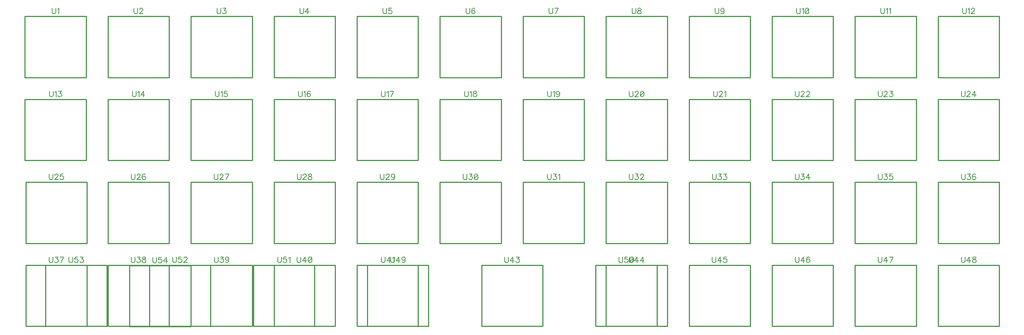
<source format=gbr>
G04 DipTrace 2.4.0.2*
%INTopSilk.gbr*%
%MOIN*%
%ADD10C,0.0098*%
%ADD32C,0.0077*%
%FSLAX44Y44*%
G04*
G70*
G90*
G75*
G01*
%LNTopSilk*%
%LPD*%
X3937Y31890D2*
D10*
X9449D1*
Y26378D1*
X3937D1*
Y31890D1*
X11417D2*
X16929D1*
Y26378D1*
X11417D1*
Y31890D1*
X18898D2*
X24409D1*
Y26378D1*
X18898D1*
Y31890D1*
X26378D2*
X31890D1*
Y26378D1*
X26378D1*
Y31890D1*
X33858D2*
X39370D1*
Y26378D1*
X33858D1*
Y31890D1*
X41339D2*
X46850D1*
Y26378D1*
X41339D1*
Y31890D1*
X48819D2*
X54331D1*
Y26378D1*
X48819D1*
Y31890D1*
X56299D2*
X61811D1*
Y26378D1*
X56299D1*
Y31890D1*
X63780D2*
X69291D1*
Y26378D1*
X63780D1*
Y31890D1*
X71260D2*
X76772D1*
Y26378D1*
X71260D1*
Y31890D1*
X78740D2*
X84252D1*
Y26378D1*
X78740D1*
Y31890D1*
X86220D2*
X91732D1*
Y26378D1*
X86220D1*
Y31890D1*
X3937Y24409D2*
X9449D1*
Y18898D1*
X3937D1*
Y24409D1*
X11417D2*
X16929D1*
Y18898D1*
X11417D1*
Y24409D1*
X18898D2*
X24409D1*
Y18898D1*
X18898D1*
Y24409D1*
X26378D2*
X31890D1*
Y18898D1*
X26378D1*
Y24409D1*
X33858D2*
X39370D1*
Y18898D1*
X33858D1*
Y24409D1*
X41339D2*
X46850D1*
Y18898D1*
X41339D1*
Y24409D1*
X48819D2*
X54331D1*
Y18898D1*
X48819D1*
Y24409D1*
X56299D2*
X61811D1*
Y18898D1*
X56299D1*
Y24409D1*
X63780D2*
X69291D1*
Y18898D1*
X63780D1*
Y24409D1*
X71260D2*
X76772D1*
Y18898D1*
X71260D1*
Y24409D1*
X78740D2*
X84252D1*
Y18898D1*
X78740D1*
Y24409D1*
X86220D2*
X91732D1*
Y18898D1*
X86220D1*
Y24409D1*
X4020Y16929D2*
X9531D1*
Y11417D1*
X4020D1*
Y16929D1*
X11417D2*
X16929D1*
Y11417D1*
X11417D1*
Y16929D1*
X18898D2*
X24409D1*
Y11417D1*
X18898D1*
Y16929D1*
X26378D2*
X31890D1*
Y11417D1*
X26378D1*
Y16929D1*
X33858D2*
X39370D1*
Y11417D1*
X33858D1*
Y16929D1*
X41339D2*
X46850D1*
Y11417D1*
X41339D1*
Y16929D1*
X48819D2*
X54331D1*
Y11417D1*
X48819D1*
Y16929D1*
X56299D2*
X61811D1*
Y11417D1*
X56299D1*
Y16929D1*
X63780D2*
X69291D1*
Y11417D1*
X63780D1*
Y16929D1*
X71260D2*
X76772D1*
Y11417D1*
X71260D1*
Y16929D1*
X78740D2*
X84252D1*
Y11417D1*
X78740D1*
Y16929D1*
X86220D2*
X91732D1*
Y11417D1*
X86220D1*
Y16929D1*
X4020Y9449D2*
X9531D1*
Y3937D1*
X4020D1*
Y9449D1*
X11417D2*
X16929D1*
Y3937D1*
X11417D1*
Y9449D1*
X18898D2*
X24409D1*
Y3937D1*
X18898D1*
Y9449D1*
X26378D2*
X31890D1*
Y3937D1*
X26378D1*
Y9449D1*
X33858D2*
X39370D1*
Y3937D1*
X33858D1*
Y9449D1*
X45079D2*
X50591D1*
Y3937D1*
X45079D1*
Y9449D1*
X56299D2*
X61811D1*
Y3937D1*
X56299D1*
Y9449D1*
X63780D2*
X69291D1*
Y3937D1*
X63780D1*
Y9449D1*
X71260D2*
X76772D1*
Y3937D1*
X71260D1*
Y9449D1*
X78740D2*
X84252D1*
Y3937D1*
X78740D1*
Y9449D1*
X86220D2*
X91732D1*
Y3937D1*
X86220D1*
Y9449D1*
X34793D2*
X40305D1*
Y3937D1*
X34793D1*
Y9449D1*
X55364D2*
X60876D1*
Y3937D1*
X55364D1*
Y9449D1*
X24508D2*
X30020D1*
Y3937D1*
X24508D1*
Y9449D1*
X15157D2*
X20669D1*
Y3937D1*
X15157D1*
Y9449D1*
X5807D2*
X11319D1*
Y3937D1*
X5807D1*
Y9449D1*
X13370Y9417D2*
X18882D1*
Y3906D1*
X13370D1*
Y9417D1*
X6388Y32622D2*
D32*
Y32263D1*
X6412Y32191D1*
X6460Y32144D1*
X6532Y32120D1*
X6580D1*
X6651Y32144D1*
X6699Y32191D1*
X6723Y32263D1*
Y32622D1*
X6878Y32526D2*
X6926Y32550D1*
X6998Y32621D1*
Y32120D1*
X13761Y32622D2*
Y32263D1*
X13785Y32191D1*
X13833Y32144D1*
X13905Y32120D1*
X13952D1*
X14024Y32144D1*
X14072Y32191D1*
X14096Y32263D1*
Y32622D1*
X14275Y32502D2*
Y32526D1*
X14299Y32574D1*
X14322Y32598D1*
X14370Y32621D1*
X14466D1*
X14514Y32598D1*
X14537Y32574D1*
X14562Y32526D1*
Y32478D1*
X14537Y32430D1*
X14490Y32359D1*
X14250Y32120D1*
X14585D1*
X21241Y32622D2*
Y32263D1*
X21265Y32191D1*
X21313Y32144D1*
X21385Y32120D1*
X21433D1*
X21504Y32144D1*
X21553Y32191D1*
X21576Y32263D1*
Y32622D1*
X21779Y32621D2*
X22041D1*
X21898Y32430D1*
X21970D1*
X22018Y32406D1*
X22041Y32383D1*
X22066Y32311D1*
Y32263D1*
X22041Y32191D1*
X21994Y32143D1*
X21922Y32120D1*
X21850D1*
X21779Y32143D1*
X21755Y32168D1*
X21731Y32215D1*
X28710Y32622D2*
Y32263D1*
X28734Y32191D1*
X28782Y32144D1*
X28854Y32120D1*
X28901D1*
X28973Y32144D1*
X29021Y32191D1*
X29045Y32263D1*
Y32622D1*
X29438Y32120D2*
Y32621D1*
X29199Y32287D1*
X29558D1*
X36202Y32622D2*
Y32263D1*
X36226Y32191D1*
X36274Y32144D1*
X36346Y32120D1*
X36393D1*
X36465Y32144D1*
X36513Y32191D1*
X36537Y32263D1*
Y32622D1*
X36978Y32621D2*
X36739D1*
X36716Y32406D1*
X36739Y32430D1*
X36811Y32455D1*
X36883D1*
X36954Y32430D1*
X37003Y32383D1*
X37026Y32311D1*
Y32263D1*
X37003Y32191D1*
X36954Y32143D1*
X36883Y32120D1*
X36811D1*
X36739Y32143D1*
X36716Y32168D1*
X36691Y32215D1*
X43695Y32622D2*
Y32263D1*
X43718Y32191D1*
X43766Y32144D1*
X43838Y32120D1*
X43886D1*
X43958Y32144D1*
X44006Y32191D1*
X44029Y32263D1*
Y32622D1*
X44471Y32550D2*
X44447Y32598D1*
X44375Y32621D1*
X44328D1*
X44256Y32598D1*
X44208Y32526D1*
X44184Y32406D1*
Y32287D1*
X44208Y32191D1*
X44256Y32143D1*
X44328Y32120D1*
X44351D1*
X44423Y32143D1*
X44471Y32191D1*
X44494Y32263D1*
Y32287D1*
X44471Y32359D1*
X44423Y32406D1*
X44351Y32430D1*
X44328D1*
X44256Y32406D1*
X44208Y32359D1*
X44184Y32287D1*
X51163Y32622D2*
Y32263D1*
X51186Y32191D1*
X51235Y32144D1*
X51306Y32120D1*
X51354D1*
X51426Y32144D1*
X51474Y32191D1*
X51498Y32263D1*
Y32622D1*
X51748Y32120D2*
X51987Y32621D1*
X51652D1*
X58643Y32622D2*
Y32263D1*
X58667Y32191D1*
X58715Y32144D1*
X58787Y32120D1*
X58834D1*
X58906Y32144D1*
X58954Y32191D1*
X58978Y32263D1*
Y32622D1*
X59252Y32621D2*
X59181Y32598D1*
X59156Y32550D1*
Y32502D1*
X59181Y32455D1*
X59228Y32430D1*
X59324Y32406D1*
X59396Y32383D1*
X59443Y32335D1*
X59467Y32287D1*
Y32215D1*
X59443Y32168D1*
X59419Y32143D1*
X59348Y32120D1*
X59252D1*
X59181Y32143D1*
X59156Y32168D1*
X59133Y32215D1*
Y32287D1*
X59156Y32335D1*
X59204Y32383D1*
X59276Y32406D1*
X59371Y32430D1*
X59419Y32455D1*
X59443Y32502D1*
Y32550D1*
X59419Y32598D1*
X59348Y32621D1*
X59252D1*
X66135Y32622D2*
Y32263D1*
X66159Y32191D1*
X66207Y32144D1*
X66279Y32120D1*
X66326D1*
X66398Y32144D1*
X66446Y32191D1*
X66470Y32263D1*
Y32622D1*
X66936Y32455D2*
X66911Y32383D1*
X66864Y32335D1*
X66792Y32311D1*
X66768D1*
X66696Y32335D1*
X66649Y32383D1*
X66625Y32455D1*
Y32478D1*
X66649Y32550D1*
X66696Y32598D1*
X66768Y32621D1*
X66792D1*
X66864Y32598D1*
X66911Y32550D1*
X66936Y32455D1*
Y32335D1*
X66911Y32215D1*
X66864Y32143D1*
X66792Y32120D1*
X66744D1*
X66673Y32143D1*
X66649Y32191D1*
X73466Y32622D2*
Y32263D1*
X73490Y32191D1*
X73538Y32144D1*
X73610Y32120D1*
X73658D1*
X73730Y32144D1*
X73778Y32191D1*
X73801Y32263D1*
Y32622D1*
X73956Y32526D2*
X74004Y32550D1*
X74076Y32621D1*
Y32120D1*
X74374Y32621D2*
X74302Y32598D1*
X74254Y32526D1*
X74230Y32406D1*
Y32335D1*
X74254Y32215D1*
X74302Y32143D1*
X74374Y32120D1*
X74421D1*
X74493Y32143D1*
X74541Y32215D1*
X74565Y32335D1*
Y32406D1*
X74541Y32526D1*
X74493Y32598D1*
X74421Y32621D1*
X74374D1*
X74541Y32526D2*
X74254Y32215D1*
X81054Y32622D2*
Y32263D1*
X81078Y32191D1*
X81126Y32144D1*
X81198Y32120D1*
X81246D1*
X81317Y32144D1*
X81365Y32191D1*
X81389Y32263D1*
Y32622D1*
X81544Y32526D2*
X81592Y32550D1*
X81664Y32621D1*
Y32120D1*
X81818Y32526D2*
X81866Y32550D1*
X81938Y32621D1*
Y32120D1*
X88427Y32622D2*
Y32263D1*
X88451Y32191D1*
X88499Y32144D1*
X88571Y32120D1*
X88618D1*
X88690Y32144D1*
X88738Y32191D1*
X88762Y32263D1*
Y32622D1*
X88916Y32526D2*
X88964Y32550D1*
X89036Y32621D1*
Y32120D1*
X89215Y32502D2*
Y32526D1*
X89239Y32574D1*
X89263Y32598D1*
X89311Y32621D1*
X89406D1*
X89454Y32598D1*
X89478Y32574D1*
X89502Y32526D1*
Y32478D1*
X89478Y32430D1*
X89430Y32359D1*
X89191Y32120D1*
X89526D1*
X6144Y25142D2*
Y24783D1*
X6167Y24711D1*
X6215Y24664D1*
X6287Y24639D1*
X6335D1*
X6407Y24664D1*
X6455Y24711D1*
X6479Y24783D1*
Y25142D1*
X6633Y25046D2*
X6681Y25070D1*
X6753Y25141D1*
Y24639D1*
X6955Y25141D2*
X7218D1*
X7075Y24950D1*
X7147D1*
X7194Y24926D1*
X7218Y24902D1*
X7242Y24831D1*
Y24783D1*
X7218Y24711D1*
X7170Y24663D1*
X7099Y24639D1*
X7027D1*
X6955Y24663D1*
X6932Y24687D1*
X6907Y24735D1*
X13612Y25142D2*
Y24783D1*
X13636Y24711D1*
X13684Y24664D1*
X13756Y24639D1*
X13803D1*
X13875Y24664D1*
X13923Y24711D1*
X13947Y24783D1*
Y25142D1*
X14101Y25046D2*
X14149Y25070D1*
X14221Y25141D1*
Y24639D1*
X14615D2*
Y25141D1*
X14376Y24807D1*
X14734D1*
X21104Y25142D2*
Y24783D1*
X21128Y24711D1*
X21176Y24664D1*
X21248Y24639D1*
X21295D1*
X21367Y24664D1*
X21415Y24711D1*
X21439Y24783D1*
Y25142D1*
X21594Y25046D2*
X21642Y25070D1*
X21714Y25141D1*
Y24639D1*
X22155Y25141D2*
X21916D1*
X21892Y24926D1*
X21916Y24950D1*
X21988Y24974D1*
X22059D1*
X22131Y24950D1*
X22179Y24902D1*
X22203Y24831D1*
Y24783D1*
X22179Y24711D1*
X22131Y24663D1*
X22059Y24639D1*
X21988D1*
X21916Y24663D1*
X21892Y24687D1*
X21868Y24735D1*
X28597Y25142D2*
Y24783D1*
X28620Y24711D1*
X28669Y24664D1*
X28740Y24639D1*
X28788D1*
X28860Y24664D1*
X28908Y24711D1*
X28932Y24783D1*
Y25142D1*
X29086Y25046D2*
X29134Y25070D1*
X29206Y25141D1*
Y24639D1*
X29647Y25070D2*
X29623Y25117D1*
X29552Y25141D1*
X29504D1*
X29432Y25117D1*
X29384Y25046D1*
X29360Y24926D1*
Y24807D1*
X29384Y24711D1*
X29432Y24663D1*
X29504Y24639D1*
X29528D1*
X29599Y24663D1*
X29647Y24711D1*
X29671Y24783D1*
Y24807D1*
X29647Y24879D1*
X29599Y24926D1*
X29528Y24950D1*
X29504D1*
X29432Y24926D1*
X29384Y24879D1*
X29360Y24807D1*
X36065Y25142D2*
Y24783D1*
X36089Y24711D1*
X36137Y24664D1*
X36209Y24639D1*
X36256D1*
X36328Y24664D1*
X36376Y24711D1*
X36400Y24783D1*
Y25142D1*
X36554Y25046D2*
X36602Y25070D1*
X36674Y25141D1*
Y24639D1*
X36924D2*
X37163Y25141D1*
X36829D1*
X43545Y25142D2*
Y24783D1*
X43569Y24711D1*
X43617Y24664D1*
X43689Y24639D1*
X43737D1*
X43809Y24664D1*
X43857Y24711D1*
X43880Y24783D1*
Y25142D1*
X44035Y25046D2*
X44083Y25070D1*
X44155Y25141D1*
Y24639D1*
X44429Y25141D2*
X44357Y25117D1*
X44333Y25070D1*
Y25022D1*
X44357Y24974D1*
X44405Y24950D1*
X44500Y24926D1*
X44572Y24902D1*
X44620Y24854D1*
X44644Y24807D1*
Y24735D1*
X44620Y24687D1*
X44596Y24663D1*
X44524Y24639D1*
X44429D1*
X44357Y24663D1*
X44333Y24687D1*
X44309Y24735D1*
Y24807D1*
X44333Y24854D1*
X44381Y24902D1*
X44452Y24926D1*
X44548Y24950D1*
X44596Y24974D1*
X44620Y25022D1*
Y25070D1*
X44596Y25117D1*
X44524Y25141D1*
X44429D1*
X51037Y25142D2*
Y24783D1*
X51061Y24711D1*
X51109Y24664D1*
X51181Y24639D1*
X51229D1*
X51300Y24664D1*
X51349Y24711D1*
X51372Y24783D1*
Y25142D1*
X51527Y25046D2*
X51575Y25070D1*
X51647Y25141D1*
Y24639D1*
X52112Y24974D2*
X52088Y24902D1*
X52040Y24854D1*
X51969Y24831D1*
X51945D1*
X51873Y24854D1*
X51825Y24902D1*
X51801Y24974D1*
Y24998D1*
X51825Y25070D1*
X51873Y25117D1*
X51945Y25141D1*
X51969D1*
X52040Y25117D1*
X52088Y25070D1*
X52112Y24974D1*
Y24854D1*
X52088Y24735D1*
X52040Y24663D1*
X51969Y24639D1*
X51921D1*
X51849Y24663D1*
X51825Y24711D1*
X58398Y25142D2*
Y24783D1*
X58422Y24711D1*
X58470Y24664D1*
X58542Y24639D1*
X58590D1*
X58661Y24664D1*
X58709Y24711D1*
X58733Y24783D1*
Y25142D1*
X58912Y25022D2*
Y25046D1*
X58936Y25094D1*
X58960Y25117D1*
X59008Y25141D1*
X59103D1*
X59151Y25117D1*
X59175Y25094D1*
X59199Y25046D1*
Y24998D1*
X59175Y24950D1*
X59127Y24879D1*
X58888Y24639D1*
X59223D1*
X59521Y25141D2*
X59449Y25117D1*
X59401Y25046D1*
X59377Y24926D1*
Y24854D1*
X59401Y24735D1*
X59449Y24663D1*
X59521Y24639D1*
X59568D1*
X59640Y24663D1*
X59688Y24735D1*
X59712Y24854D1*
Y24926D1*
X59688Y25046D1*
X59640Y25117D1*
X59568Y25141D1*
X59521D1*
X59688Y25046D2*
X59401Y24735D1*
X65986Y25142D2*
Y24783D1*
X66010Y24711D1*
X66058Y24664D1*
X66130Y24639D1*
X66177D1*
X66249Y24664D1*
X66297Y24711D1*
X66321Y24783D1*
Y25142D1*
X66500Y25022D2*
Y25046D1*
X66524Y25094D1*
X66547Y25117D1*
X66595Y25141D1*
X66691D1*
X66739Y25117D1*
X66762Y25094D1*
X66787Y25046D1*
Y24998D1*
X66762Y24950D1*
X66715Y24879D1*
X66475Y24639D1*
X66810D1*
X66965Y25046D2*
X67013Y25070D1*
X67085Y25141D1*
Y24639D1*
X73359Y25142D2*
Y24783D1*
X73383Y24711D1*
X73431Y24664D1*
X73503Y24639D1*
X73550D1*
X73622Y24664D1*
X73670Y24711D1*
X73694Y24783D1*
Y25142D1*
X73873Y25022D2*
Y25046D1*
X73896Y25094D1*
X73920Y25117D1*
X73968Y25141D1*
X74064D1*
X74111Y25117D1*
X74135Y25094D1*
X74159Y25046D1*
Y24998D1*
X74135Y24950D1*
X74088Y24879D1*
X73848Y24639D1*
X74183D1*
X74362Y25022D2*
Y25046D1*
X74386Y25094D1*
X74409Y25117D1*
X74458Y25141D1*
X74553D1*
X74601Y25117D1*
X74624Y25094D1*
X74649Y25046D1*
Y24998D1*
X74624Y24950D1*
X74577Y24879D1*
X74338Y24639D1*
X74673D1*
X80839Y25142D2*
Y24783D1*
X80863Y24711D1*
X80911Y24664D1*
X80983Y24639D1*
X81031D1*
X81102Y24664D1*
X81150Y24711D1*
X81174Y24783D1*
Y25142D1*
X81353Y25022D2*
Y25046D1*
X81377Y25094D1*
X81400Y25117D1*
X81449Y25141D1*
X81544D1*
X81592Y25117D1*
X81615Y25094D1*
X81640Y25046D1*
Y24998D1*
X81615Y24950D1*
X81568Y24879D1*
X81329Y24639D1*
X81664D1*
X81866Y25141D2*
X82129D1*
X81985Y24950D1*
X82057D1*
X82105Y24926D1*
X82129Y24902D1*
X82153Y24831D1*
Y24783D1*
X82129Y24711D1*
X82081Y24663D1*
X82009Y24639D1*
X81937D1*
X81866Y24663D1*
X81842Y24687D1*
X81818Y24735D1*
X88308Y25142D2*
Y24783D1*
X88331Y24711D1*
X88380Y24664D1*
X88451Y24639D1*
X88499D1*
X88571Y24664D1*
X88619Y24711D1*
X88643Y24783D1*
Y25142D1*
X88821Y25022D2*
Y25046D1*
X88845Y25094D1*
X88869Y25117D1*
X88917Y25141D1*
X89013D1*
X89060Y25117D1*
X89084Y25094D1*
X89108Y25046D1*
Y24998D1*
X89084Y24950D1*
X89036Y24879D1*
X88797Y24639D1*
X89132D1*
X89526D2*
Y25141D1*
X89286Y24807D1*
X89645D1*
X6119Y17661D2*
Y17303D1*
X6143Y17231D1*
X6191Y17183D1*
X6262Y17159D1*
X6310D1*
X6382Y17183D1*
X6430Y17231D1*
X6454Y17303D1*
Y17661D1*
X6632Y17541D2*
Y17565D1*
X6656Y17613D1*
X6680Y17637D1*
X6728Y17661D1*
X6824D1*
X6871Y17637D1*
X6895Y17613D1*
X6919Y17565D1*
Y17518D1*
X6895Y17470D1*
X6847Y17398D1*
X6608Y17159D1*
X6943D1*
X7384Y17661D2*
X7146D1*
X7122Y17446D1*
X7146Y17470D1*
X7217Y17494D1*
X7289D1*
X7361Y17470D1*
X7409Y17422D1*
X7432Y17350D1*
Y17303D1*
X7409Y17231D1*
X7361Y17183D1*
X7289Y17159D1*
X7217D1*
X7146Y17183D1*
X7122Y17207D1*
X7097Y17255D1*
X13529Y17661D2*
Y17303D1*
X13552Y17231D1*
X13600Y17183D1*
X13672Y17159D1*
X13720D1*
X13792Y17183D1*
X13840Y17231D1*
X13864Y17303D1*
Y17661D1*
X14042Y17541D2*
Y17565D1*
X14066Y17613D1*
X14090Y17637D1*
X14138Y17661D1*
X14233D1*
X14281Y17637D1*
X14305Y17613D1*
X14329Y17565D1*
Y17518D1*
X14305Y17470D1*
X14257Y17398D1*
X14018Y17159D1*
X14353D1*
X14794Y17590D2*
X14770Y17637D1*
X14698Y17661D1*
X14651D1*
X14579Y17637D1*
X14531Y17565D1*
X14507Y17446D1*
Y17326D1*
X14531Y17231D1*
X14579Y17183D1*
X14651Y17159D1*
X14675D1*
X14746Y17183D1*
X14794Y17231D1*
X14818Y17303D1*
Y17326D1*
X14794Y17398D1*
X14746Y17446D1*
X14675Y17470D1*
X14651D1*
X14579Y17446D1*
X14531Y17398D1*
X14507Y17326D1*
X20997Y17661D2*
Y17303D1*
X21021Y17231D1*
X21069Y17183D1*
X21140Y17159D1*
X21188D1*
X21260Y17183D1*
X21308Y17231D1*
X21332Y17303D1*
Y17661D1*
X21510Y17541D2*
Y17565D1*
X21534Y17613D1*
X21558Y17637D1*
X21606Y17661D1*
X21702D1*
X21749Y17637D1*
X21773Y17613D1*
X21797Y17565D1*
Y17518D1*
X21773Y17470D1*
X21725Y17398D1*
X21486Y17159D1*
X21821D1*
X22071D2*
X22310Y17661D1*
X21975D1*
X28477D2*
Y17303D1*
X28501Y17231D1*
X28549Y17183D1*
X28621Y17159D1*
X28669D1*
X28740Y17183D1*
X28789Y17231D1*
X28812Y17303D1*
Y17661D1*
X28991Y17541D2*
Y17565D1*
X29015Y17613D1*
X29039Y17637D1*
X29087Y17661D1*
X29182D1*
X29230Y17637D1*
X29254Y17613D1*
X29278Y17565D1*
Y17518D1*
X29254Y17470D1*
X29206Y17398D1*
X28967Y17159D1*
X29302D1*
X29575Y17661D2*
X29504Y17637D1*
X29480Y17590D1*
Y17541D1*
X29504Y17494D1*
X29552Y17470D1*
X29647Y17446D1*
X29719Y17422D1*
X29767Y17374D1*
X29790Y17326D1*
Y17255D1*
X29767Y17207D1*
X29743Y17183D1*
X29671Y17159D1*
X29575D1*
X29504Y17183D1*
X29480Y17207D1*
X29456Y17255D1*
Y17326D1*
X29480Y17374D1*
X29528Y17422D1*
X29599Y17446D1*
X29695Y17470D1*
X29743Y17494D1*
X29767Y17541D1*
Y17590D1*
X29743Y17637D1*
X29671Y17661D1*
X29575D1*
X35969D2*
Y17303D1*
X35993Y17231D1*
X36041Y17183D1*
X36113Y17159D1*
X36160D1*
X36232Y17183D1*
X36280Y17231D1*
X36304Y17303D1*
Y17661D1*
X36483Y17541D2*
Y17565D1*
X36507Y17613D1*
X36530Y17637D1*
X36579Y17661D1*
X36674D1*
X36722Y17637D1*
X36745Y17613D1*
X36770Y17565D1*
Y17518D1*
X36745Y17470D1*
X36698Y17398D1*
X36459Y17159D1*
X36794D1*
X37259Y17494D2*
X37235Y17422D1*
X37187Y17374D1*
X37115Y17350D1*
X37092D1*
X37020Y17374D1*
X36972Y17422D1*
X36948Y17494D1*
Y17518D1*
X36972Y17590D1*
X37020Y17637D1*
X37092Y17661D1*
X37115D1*
X37187Y17637D1*
X37235Y17590D1*
X37259Y17494D1*
Y17374D1*
X37235Y17255D1*
X37187Y17183D1*
X37115Y17159D1*
X37068D1*
X36996Y17183D1*
X36972Y17231D1*
X43438Y17661D2*
Y17303D1*
X43461Y17231D1*
X43510Y17183D1*
X43581Y17159D1*
X43629D1*
X43701Y17183D1*
X43749Y17231D1*
X43773Y17303D1*
Y17661D1*
X43975D2*
X44238D1*
X44094Y17470D1*
X44166D1*
X44214Y17446D1*
X44238Y17422D1*
X44262Y17350D1*
Y17303D1*
X44238Y17231D1*
X44190Y17183D1*
X44118Y17159D1*
X44046D1*
X43975Y17183D1*
X43951Y17207D1*
X43927Y17255D1*
X44560Y17661D2*
X44488Y17637D1*
X44440Y17565D1*
X44416Y17446D1*
Y17374D1*
X44440Y17255D1*
X44488Y17183D1*
X44560Y17159D1*
X44608D1*
X44679Y17183D1*
X44727Y17255D1*
X44751Y17374D1*
Y17446D1*
X44727Y17565D1*
X44679Y17637D1*
X44608Y17661D1*
X44560D1*
X44727Y17565D2*
X44440Y17255D1*
X51026Y17661D2*
Y17303D1*
X51049Y17231D1*
X51097Y17183D1*
X51169Y17159D1*
X51217D1*
X51289Y17183D1*
X51337Y17231D1*
X51360Y17303D1*
Y17661D1*
X51563D2*
X51825D1*
X51682Y17470D1*
X51754D1*
X51802Y17446D1*
X51825Y17422D1*
X51850Y17350D1*
Y17303D1*
X51825Y17231D1*
X51778Y17183D1*
X51706Y17159D1*
X51634D1*
X51563Y17183D1*
X51539Y17207D1*
X51515Y17255D1*
X52004Y17565D2*
X52052Y17590D1*
X52124Y17661D1*
Y17159D1*
X58398Y17661D2*
Y17303D1*
X58422Y17231D1*
X58470Y17183D1*
X58542Y17159D1*
X58590D1*
X58661Y17183D1*
X58709Y17231D1*
X58733Y17303D1*
Y17661D1*
X58936D2*
X59198D1*
X59055Y17470D1*
X59127D1*
X59175Y17446D1*
X59198Y17422D1*
X59223Y17350D1*
Y17303D1*
X59198Y17231D1*
X59151Y17183D1*
X59079Y17159D1*
X59007D1*
X58936Y17183D1*
X58912Y17207D1*
X58888Y17255D1*
X59401Y17541D2*
Y17565D1*
X59425Y17613D1*
X59449Y17637D1*
X59497Y17661D1*
X59593D1*
X59640Y17637D1*
X59664Y17613D1*
X59688Y17565D1*
Y17518D1*
X59664Y17470D1*
X59616Y17398D1*
X59377Y17159D1*
X59712D1*
X65879Y17661D2*
Y17303D1*
X65902Y17231D1*
X65950Y17183D1*
X66022Y17159D1*
X66070D1*
X66142Y17183D1*
X66190Y17231D1*
X66214Y17303D1*
Y17661D1*
X66416D2*
X66679D1*
X66535Y17470D1*
X66607D1*
X66655Y17446D1*
X66679Y17422D1*
X66703Y17350D1*
Y17303D1*
X66679Y17231D1*
X66631Y17183D1*
X66559Y17159D1*
X66487D1*
X66416Y17183D1*
X66392Y17207D1*
X66368Y17255D1*
X66905Y17661D2*
X67168D1*
X67025Y17470D1*
X67097D1*
X67144Y17446D1*
X67168Y17422D1*
X67192Y17350D1*
Y17303D1*
X67168Y17231D1*
X67120Y17183D1*
X67049Y17159D1*
X66977D1*
X66905Y17183D1*
X66882Y17207D1*
X66857Y17255D1*
X73347Y17661D2*
Y17303D1*
X73371Y17231D1*
X73419Y17183D1*
X73491Y17159D1*
X73538D1*
X73610Y17183D1*
X73658Y17231D1*
X73682Y17303D1*
Y17661D1*
X73884D2*
X74147D1*
X74004Y17470D1*
X74076D1*
X74123Y17446D1*
X74147Y17422D1*
X74171Y17350D1*
Y17303D1*
X74147Y17231D1*
X74099Y17183D1*
X74028Y17159D1*
X73956D1*
X73884Y17183D1*
X73861Y17207D1*
X73836Y17255D1*
X74565Y17159D2*
Y17661D1*
X74326Y17326D1*
X74684D1*
X80839Y17661D2*
Y17303D1*
X80863Y17231D1*
X80911Y17183D1*
X80983Y17159D1*
X81031D1*
X81102Y17183D1*
X81150Y17231D1*
X81174Y17303D1*
Y17661D1*
X81377D2*
X81639D1*
X81496Y17470D1*
X81568D1*
X81615Y17446D1*
X81639Y17422D1*
X81664Y17350D1*
Y17303D1*
X81639Y17231D1*
X81592Y17183D1*
X81520Y17159D1*
X81448D1*
X81377Y17183D1*
X81353Y17207D1*
X81329Y17255D1*
X82105Y17661D2*
X81866D1*
X81842Y17446D1*
X81866Y17470D1*
X81938Y17494D1*
X82009D1*
X82081Y17470D1*
X82129Y17422D1*
X82153Y17350D1*
Y17303D1*
X82129Y17231D1*
X82081Y17183D1*
X82009Y17159D1*
X81938D1*
X81866Y17183D1*
X81842Y17207D1*
X81818Y17255D1*
X88332Y17661D2*
Y17303D1*
X88356Y17231D1*
X88404Y17183D1*
X88475Y17159D1*
X88523D1*
X88595Y17183D1*
X88643Y17231D1*
X88667Y17303D1*
Y17661D1*
X88869D2*
X89132D1*
X88989Y17470D1*
X89060D1*
X89108Y17446D1*
X89132Y17422D1*
X89156Y17350D1*
Y17303D1*
X89132Y17231D1*
X89084Y17183D1*
X89012Y17159D1*
X88940D1*
X88869Y17183D1*
X88845Y17207D1*
X88821Y17255D1*
X89597Y17590D2*
X89573Y17637D1*
X89502Y17661D1*
X89454D1*
X89382Y17637D1*
X89334Y17565D1*
X89310Y17446D1*
Y17326D1*
X89334Y17231D1*
X89382Y17183D1*
X89454Y17159D1*
X89478D1*
X89549Y17183D1*
X89597Y17231D1*
X89621Y17303D1*
Y17326D1*
X89597Y17398D1*
X89549Y17446D1*
X89478Y17470D1*
X89454D1*
X89382Y17446D1*
X89334Y17398D1*
X89310Y17326D1*
X6119Y10181D2*
Y9822D1*
X6143Y9750D1*
X6191Y9703D1*
X6262Y9679D1*
X6310D1*
X6382Y9703D1*
X6430Y9750D1*
X6454Y9822D1*
Y10181D1*
X6656Y10180D2*
X6919D1*
X6776Y9989D1*
X6847D1*
X6895Y9965D1*
X6919Y9942D1*
X6943Y9870D1*
Y9822D1*
X6919Y9750D1*
X6871Y9702D1*
X6799Y9679D1*
X6728D1*
X6656Y9702D1*
X6632Y9727D1*
X6608Y9774D1*
X7193Y9679D2*
X7432Y10180D1*
X7097D1*
X13517Y10181D2*
Y9822D1*
X13540Y9750D1*
X13589Y9703D1*
X13660Y9679D1*
X13708D1*
X13780Y9703D1*
X13828Y9750D1*
X13852Y9822D1*
Y10181D1*
X14054Y10180D2*
X14317D1*
X14174Y9989D1*
X14245D1*
X14293Y9965D1*
X14317Y9942D1*
X14341Y9870D1*
Y9822D1*
X14317Y9750D1*
X14269Y9702D1*
X14197Y9679D1*
X14125D1*
X14054Y9702D1*
X14030Y9727D1*
X14006Y9774D1*
X14615Y10180D2*
X14543Y10157D1*
X14519Y10109D1*
Y10061D1*
X14543Y10014D1*
X14591Y9989D1*
X14687Y9965D1*
X14758Y9942D1*
X14806Y9894D1*
X14830Y9846D1*
Y9774D1*
X14806Y9727D1*
X14782Y9702D1*
X14710Y9679D1*
X14615D1*
X14543Y9702D1*
X14519Y9727D1*
X14495Y9774D1*
Y9846D1*
X14519Y9894D1*
X14567Y9942D1*
X14639Y9965D1*
X14734Y9989D1*
X14782Y10014D1*
X14806Y10061D1*
Y10109D1*
X14782Y10157D1*
X14710Y10180D1*
X14615D1*
X21009Y10181D2*
Y9822D1*
X21032Y9750D1*
X21080Y9703D1*
X21152Y9679D1*
X21200D1*
X21272Y9703D1*
X21320Y9750D1*
X21344Y9822D1*
Y10181D1*
X21546Y10180D2*
X21809D1*
X21665Y9989D1*
X21737D1*
X21785Y9965D1*
X21809Y9942D1*
X21833Y9870D1*
Y9822D1*
X21809Y9750D1*
X21761Y9702D1*
X21689Y9679D1*
X21617D1*
X21546Y9702D1*
X21522Y9727D1*
X21498Y9774D1*
X22298Y10014D2*
X22274Y9942D1*
X22227Y9894D1*
X22155Y9870D1*
X22131D1*
X22059Y9894D1*
X22012Y9942D1*
X21987Y10014D1*
Y10037D1*
X22012Y10109D1*
X22059Y10157D1*
X22131Y10180D1*
X22155D1*
X22227Y10157D1*
X22274Y10109D1*
X22298Y10014D1*
Y9894D1*
X22274Y9774D1*
X22227Y9702D1*
X22155Y9679D1*
X22107D1*
X22035Y9702D1*
X22012Y9750D1*
X28465Y10181D2*
Y9822D1*
X28489Y9750D1*
X28537Y9703D1*
X28609Y9679D1*
X28656D1*
X28728Y9703D1*
X28776Y9750D1*
X28800Y9822D1*
Y10181D1*
X29194Y9679D2*
Y10180D1*
X28955Y9846D1*
X29313D1*
X29611Y10180D2*
X29539Y10157D1*
X29491Y10085D1*
X29468Y9965D1*
Y9894D1*
X29491Y9774D1*
X29539Y9702D1*
X29611Y9679D1*
X29659D1*
X29731Y9702D1*
X29778Y9774D1*
X29803Y9894D1*
Y9965D1*
X29778Y10085D1*
X29731Y10157D1*
X29659Y10180D1*
X29611D1*
X29778Y10085D2*
X29491Y9774D1*
X36053Y10181D2*
Y9822D1*
X36077Y9750D1*
X36125Y9703D1*
X36197Y9679D1*
X36244D1*
X36316Y9703D1*
X36364Y9750D1*
X36388Y9822D1*
Y10181D1*
X36782Y9679D2*
Y10180D1*
X36542Y9846D1*
X36901D1*
X37055Y10085D2*
X37103Y10109D1*
X37175Y10180D1*
Y9679D1*
X47166Y10181D2*
Y9822D1*
X47190Y9750D1*
X47238Y9703D1*
X47310Y9679D1*
X47357D1*
X47429Y9703D1*
X47477Y9750D1*
X47501Y9822D1*
Y10181D1*
X47895Y9679D2*
Y10180D1*
X47655Y9846D1*
X48014D1*
X48216Y10180D2*
X48479D1*
X48336Y9989D1*
X48408D1*
X48455Y9965D1*
X48479Y9942D1*
X48503Y9870D1*
Y9822D1*
X48479Y9750D1*
X48431Y9702D1*
X48360Y9679D1*
X48288D1*
X48216Y9702D1*
X48193Y9727D1*
X48168Y9774D1*
X58375Y10181D2*
Y9822D1*
X58398Y9750D1*
X58446Y9703D1*
X58518Y9679D1*
X58566D1*
X58638Y9703D1*
X58686Y9750D1*
X58709Y9822D1*
Y10181D1*
X59103Y9679D2*
Y10180D1*
X58864Y9846D1*
X59223D1*
X59616Y9679D2*
Y10180D1*
X59377Y9846D1*
X59736D1*
X65867Y10181D2*
Y9822D1*
X65891Y9750D1*
X65939Y9703D1*
X66010Y9679D1*
X66058D1*
X66130Y9703D1*
X66178Y9750D1*
X66202Y9822D1*
Y10181D1*
X66595Y9679D2*
Y10180D1*
X66356Y9846D1*
X66715D1*
X67156Y10180D2*
X66917D1*
X66893Y9965D1*
X66917Y9989D1*
X66989Y10014D1*
X67060D1*
X67132Y9989D1*
X67180Y9942D1*
X67204Y9870D1*
Y9822D1*
X67180Y9750D1*
X67132Y9702D1*
X67060Y9679D1*
X66989D1*
X66917Y9702D1*
X66893Y9727D1*
X66869Y9774D1*
X73359Y10181D2*
Y9822D1*
X73383Y9750D1*
X73431Y9703D1*
X73503Y9679D1*
X73550D1*
X73622Y9703D1*
X73670Y9750D1*
X73694Y9822D1*
Y10181D1*
X74088Y9679D2*
Y10180D1*
X73849Y9846D1*
X74207D1*
X74648Y10109D2*
X74625Y10157D1*
X74553Y10180D1*
X74505D1*
X74433Y10157D1*
X74385Y10085D1*
X74362Y9965D1*
Y9846D1*
X74385Y9750D1*
X74433Y9702D1*
X74505Y9679D1*
X74529D1*
X74600Y9702D1*
X74648Y9750D1*
X74672Y9822D1*
Y9846D1*
X74648Y9918D1*
X74600Y9965D1*
X74529Y9989D1*
X74505D1*
X74433Y9965D1*
X74385Y9918D1*
X74362Y9846D1*
X80827Y10181D2*
Y9822D1*
X80851Y9750D1*
X80899Y9703D1*
X80971Y9679D1*
X81019D1*
X81090Y9703D1*
X81139Y9750D1*
X81162Y9822D1*
Y10181D1*
X81556Y9679D2*
Y10180D1*
X81317Y9846D1*
X81675D1*
X81925Y9679D2*
X82165Y10180D1*
X81830D1*
X88308Y10181D2*
Y9822D1*
X88332Y9750D1*
X88380Y9703D1*
X88452Y9679D1*
X88499D1*
X88571Y9703D1*
X88619Y9750D1*
X88643Y9822D1*
Y10181D1*
X89037Y9679D2*
Y10180D1*
X88797Y9846D1*
X89156D1*
X89430Y10180D2*
X89358Y10157D1*
X89334Y10109D1*
Y10061D1*
X89358Y10014D1*
X89406Y9989D1*
X89502Y9965D1*
X89573Y9942D1*
X89621Y9894D1*
X89645Y9846D1*
Y9774D1*
X89621Y9727D1*
X89597Y9702D1*
X89525Y9679D1*
X89430D1*
X89358Y9702D1*
X89334Y9727D1*
X89310Y9774D1*
Y9846D1*
X89334Y9894D1*
X89382Y9942D1*
X89454Y9965D1*
X89549Y9989D1*
X89597Y10014D1*
X89621Y10061D1*
Y10109D1*
X89597Y10157D1*
X89525Y10180D1*
X89430D1*
X36892Y10181D2*
Y9822D1*
X36916Y9750D1*
X36964Y9703D1*
X37036Y9679D1*
X37084D1*
X37156Y9703D1*
X37204Y9750D1*
X37227Y9822D1*
Y10181D1*
X37621Y9679D2*
Y10180D1*
X37382Y9846D1*
X37740D1*
X38206Y10014D2*
X38182Y9942D1*
X38134Y9894D1*
X38062Y9870D1*
X38039D1*
X37967Y9894D1*
X37919Y9942D1*
X37895Y10014D1*
Y10037D1*
X37919Y10109D1*
X37967Y10157D1*
X38039Y10180D1*
X38062D1*
X38134Y10157D1*
X38182Y10109D1*
X38206Y10014D1*
Y9894D1*
X38182Y9774D1*
X38134Y9702D1*
X38062Y9679D1*
X38015D1*
X37943Y9702D1*
X37919Y9750D1*
X57463Y10181D2*
Y9822D1*
X57487Y9750D1*
X57535Y9703D1*
X57607Y9679D1*
X57655D1*
X57726Y9703D1*
X57774Y9750D1*
X57798Y9822D1*
Y10181D1*
X58239Y10180D2*
X58001D1*
X57977Y9965D1*
X58001Y9989D1*
X58073Y10014D1*
X58144D1*
X58216Y9989D1*
X58264Y9942D1*
X58288Y9870D1*
Y9822D1*
X58264Y9750D1*
X58216Y9702D1*
X58144Y9679D1*
X58073D1*
X58001Y9702D1*
X57977Y9727D1*
X57953Y9774D1*
X58586Y10180D2*
X58514Y10157D1*
X58466Y10085D1*
X58442Y9965D1*
Y9894D1*
X58466Y9774D1*
X58514Y9702D1*
X58586Y9679D1*
X58633D1*
X58705Y9702D1*
X58753Y9774D1*
X58777Y9894D1*
Y9965D1*
X58753Y10085D1*
X58705Y10157D1*
X58633Y10180D1*
X58586D1*
X58753Y10085D2*
X58466Y9774D1*
X26714Y10181D2*
Y9822D1*
X26738Y9750D1*
X26786Y9703D1*
X26858Y9679D1*
X26906D1*
X26978Y9703D1*
X27026Y9750D1*
X27049Y9822D1*
Y10181D1*
X27491Y10180D2*
X27252D1*
X27228Y9965D1*
X27252Y9989D1*
X27324Y10014D1*
X27395D1*
X27467Y9989D1*
X27515Y9942D1*
X27539Y9870D1*
Y9822D1*
X27515Y9750D1*
X27467Y9702D1*
X27395Y9679D1*
X27324D1*
X27252Y9702D1*
X27228Y9727D1*
X27204Y9774D1*
X27693Y10085D2*
X27741Y10109D1*
X27813Y10180D1*
Y9679D1*
X17257Y10181D2*
Y9822D1*
X17280Y9750D1*
X17328Y9703D1*
X17400Y9679D1*
X17448D1*
X17520Y9703D1*
X17568Y9750D1*
X17592Y9822D1*
Y10181D1*
X18033Y10180D2*
X17794D1*
X17770Y9965D1*
X17794Y9989D1*
X17866Y10014D1*
X17937D1*
X18009Y9989D1*
X18057Y9942D1*
X18081Y9870D1*
Y9822D1*
X18057Y9750D1*
X18009Y9702D1*
X17937Y9679D1*
X17866D1*
X17794Y9702D1*
X17770Y9727D1*
X17746Y9774D1*
X18260Y10061D2*
Y10085D1*
X18283Y10133D1*
X18307Y10157D1*
X18355Y10180D1*
X18451D1*
X18498Y10157D1*
X18522Y10133D1*
X18546Y10085D1*
Y10037D1*
X18522Y9989D1*
X18475Y9918D1*
X18235Y9679D1*
X18570D1*
X7906Y10181D2*
Y9822D1*
X7930Y9750D1*
X7978Y9703D1*
X8050Y9679D1*
X8097D1*
X8169Y9703D1*
X8217Y9750D1*
X8241Y9822D1*
Y10181D1*
X8682Y10180D2*
X8444D1*
X8420Y9965D1*
X8444Y9989D1*
X8515Y10014D1*
X8587D1*
X8659Y9989D1*
X8707Y9942D1*
X8730Y9870D1*
Y9822D1*
X8707Y9750D1*
X8659Y9702D1*
X8587Y9679D1*
X8515D1*
X8444Y9702D1*
X8420Y9727D1*
X8396Y9774D1*
X8933Y10180D2*
X9195D1*
X9052Y9989D1*
X9124D1*
X9172Y9965D1*
X9195Y9942D1*
X9220Y9870D1*
Y9822D1*
X9195Y9750D1*
X9148Y9702D1*
X9076Y9679D1*
X9004D1*
X8933Y9702D1*
X8909Y9727D1*
X8885Y9774D1*
X15457Y10150D2*
Y9791D1*
X15481Y9719D1*
X15529Y9671D1*
X15601Y9647D1*
X15649D1*
X15720Y9671D1*
X15768Y9719D1*
X15792Y9791D1*
Y10150D1*
X16233Y10149D2*
X15995D1*
X15971Y9934D1*
X15995Y9958D1*
X16067Y9982D1*
X16138D1*
X16210Y9958D1*
X16258Y9910D1*
X16282Y9838D1*
Y9791D1*
X16258Y9719D1*
X16210Y9671D1*
X16138Y9647D1*
X16067D1*
X15995Y9671D1*
X15971Y9695D1*
X15947Y9743D1*
X16675Y9647D2*
Y10149D1*
X16436Y9815D1*
X16795D1*
M02*

</source>
